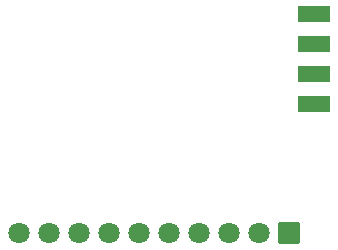
<source format=gbs>
G04 #@! TF.GenerationSoftware,KiCad,Pcbnew,(5.99.0-8018-g9a0f685a75)*
G04 #@! TF.CreationDate,2021-09-12T19:48:39+09:30*
G04 #@! TF.ProjectId,ADE7763_Breakout,41444537-3736-4335-9f42-7265616b6f75,rev?*
G04 #@! TF.SameCoordinates,Original*
G04 #@! TF.FileFunction,Soldermask,Bot*
G04 #@! TF.FilePolarity,Negative*
%FSLAX46Y46*%
G04 Gerber Fmt 4.6, Leading zero omitted, Abs format (unit mm)*
G04 Created by KiCad (PCBNEW (5.99.0-8018-g9a0f685a75)) date 2021-09-12 19:48:39*
%MOMM*%
%LPD*%
G01*
G04 APERTURE LIST*
G04 Aperture macros list*
%AMRoundRect*
0 Rectangle with rounded corners*
0 $1 Rounding radius*
0 $2 $3 $4 $5 $6 $7 $8 $9 X,Y pos of 4 corners*
0 Add a 4 corners polygon primitive as box body*
4,1,4,$2,$3,$4,$5,$6,$7,$8,$9,$2,$3,0*
0 Add four circle primitives for the rounded corners*
1,1,$1+$1,$2,$3,0*
1,1,$1+$1,$4,$5,0*
1,1,$1+$1,$6,$7,0*
1,1,$1+$1,$8,$9,0*
0 Add four rect primitives between the rounded corners*
20,1,$1+$1,$2,$3,$4,$5,0*
20,1,$1+$1,$4,$5,$6,$7,0*
20,1,$1+$1,$6,$7,$8,$9,0*
20,1,$1+$1,$8,$9,$2,$3,0*%
G04 Aperture macros list end*
%ADD10RoundRect,0.076200X-0.825500X0.825500X-0.825500X-0.825500X0.825500X-0.825500X0.825500X0.825500X0*%
%ADD11C,1.803400*%
%ADD12RoundRect,0.076200X1.270000X-0.635000X1.270000X0.635000X-1.270000X0.635000X-1.270000X-0.635000X0*%
G04 APERTURE END LIST*
D10*
X159842100Y-116555600D03*
D11*
X157302100Y-116555600D03*
X154762100Y-116555600D03*
X152222100Y-116555600D03*
X149682100Y-116555600D03*
X147142100Y-116555600D03*
X144602100Y-116555600D03*
X142062100Y-116555600D03*
X139522100Y-116555600D03*
X136982100Y-116555600D03*
D12*
X162001100Y-98013600D03*
X162001100Y-103093600D03*
X162001100Y-100553600D03*
X162001100Y-105633600D03*
M02*

</source>
